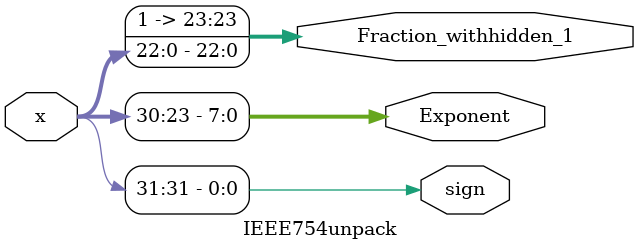
<source format=v>
module IEEE754unpack(
    input [31:0] x ,
    output sign ,
    output [7:0] Exponent ,
    output [23:0] Fraction_withhidden_1 
);

assign sign = x[31];
assign Exponent = x[30:23];
assign Fraction_withhidden_1 = {1'b1,x[22:0]} ;

endmodule
</source>
